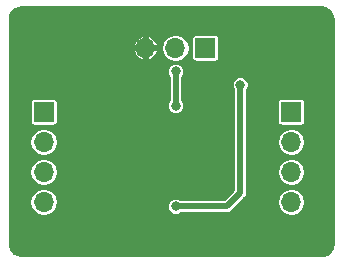
<source format=gbr>
G04 #@! TF.GenerationSoftware,KiCad,Pcbnew,(5.0.2)-1*
G04 #@! TF.CreationDate,2019-08-11T23:38:39-04:00*
G04 #@! TF.ProjectId,LT1356,4c543133-3536-42e6-9b69-6361645f7063,rev?*
G04 #@! TF.SameCoordinates,Original*
G04 #@! TF.FileFunction,Copper,L2,Bot*
G04 #@! TF.FilePolarity,Positive*
%FSLAX46Y46*%
G04 Gerber Fmt 4.6, Leading zero omitted, Abs format (unit mm)*
G04 Created by KiCad (PCBNEW (5.0.2)-1) date 8/11/2019 11:38:39 PM*
%MOMM*%
%LPD*%
G01*
G04 APERTURE LIST*
G04 #@! TA.AperFunction,ComponentPad*
%ADD10R,1.700000X1.700000*%
G04 #@! TD*
G04 #@! TA.AperFunction,ComponentPad*
%ADD11O,1.700000X1.700000*%
G04 #@! TD*
G04 #@! TA.AperFunction,ViaPad*
%ADD12C,0.800000*%
G04 #@! TD*
G04 #@! TA.AperFunction,Conductor*
%ADD13C,0.500000*%
G04 #@! TD*
G04 #@! TA.AperFunction,Conductor*
%ADD14C,0.254000*%
G04 #@! TD*
G04 APERTURE END LIST*
D10*
G04 #@! TO.P,J2,1*
G04 #@! TO.N,/INA*
X112395000Y-81534000D03*
D11*
G04 #@! TO.P,J2,2*
G04 #@! TO.N,/INB*
X112395000Y-84074000D03*
G04 #@! TO.P,J2,3*
G04 #@! TO.N,/INC*
X112395000Y-86614000D03*
G04 #@! TO.P,J2,4*
G04 #@! TO.N,/IND*
X112395000Y-89154000D03*
G04 #@! TD*
G04 #@! TO.P,J3,4*
G04 #@! TO.N,/OUTD*
X133350000Y-89154000D03*
G04 #@! TO.P,J3,3*
G04 #@! TO.N,/OUTC*
X133350000Y-86614000D03*
G04 #@! TO.P,J3,2*
G04 #@! TO.N,/OUTB*
X133350000Y-84074000D03*
D10*
G04 #@! TO.P,J3,1*
G04 #@! TO.N,/OUTA*
X133350000Y-81534000D03*
G04 #@! TD*
G04 #@! TO.P,J1,1*
G04 #@! TO.N,-15V*
X126095760Y-76108560D03*
D11*
G04 #@! TO.P,J1,2*
G04 #@! TO.N,+15V*
X123555760Y-76108560D03*
G04 #@! TO.P,J1,3*
G04 #@! TO.N,GND*
X121015760Y-76108560D03*
G04 #@! TD*
D12*
G04 #@! TO.N,-15V*
X123571000Y-89535000D03*
X129032000Y-79248000D03*
G04 #@! TO.N,+15V*
X123571000Y-81026000D03*
X123571000Y-78105000D03*
G04 #@! TO.N,GND*
X119138700Y-79578200D03*
X119164100Y-80492600D03*
X122250200Y-84086700D03*
X124371100Y-84099400D03*
X122174000Y-86563200D03*
X124396500Y-86537800D03*
X119151400Y-90055700D03*
X119151400Y-91008200D03*
G04 #@! TD*
D13*
G04 #@! TO.N,-15V*
X123571000Y-89535000D02*
X125476000Y-89535000D01*
X129032000Y-79248000D02*
X129032000Y-88392000D01*
X127889000Y-89535000D02*
X125476000Y-89535000D01*
X129032000Y-88392000D02*
X127889000Y-89535000D01*
G04 #@! TO.N,+15V*
X123571000Y-78105000D02*
X123571000Y-81026000D01*
G04 #@! TD*
D14*
G04 #@! TO.N,GND*
G36*
X136219482Y-72754755D02*
X136509224Y-72922038D01*
X136724278Y-73178329D01*
X136843320Y-73505396D01*
X136858001Y-73673198D01*
X136858000Y-92683578D01*
X136795245Y-93039484D01*
X136627962Y-93329224D01*
X136371671Y-93544278D01*
X136044606Y-93663320D01*
X135876812Y-93678000D01*
X110516422Y-93678000D01*
X110160516Y-93615245D01*
X109870776Y-93447962D01*
X109655722Y-93191671D01*
X109536680Y-92864606D01*
X109522000Y-92696812D01*
X109522000Y-89154000D01*
X111194942Y-89154000D01*
X111286291Y-89613242D01*
X111546431Y-90002569D01*
X111935758Y-90262709D01*
X112279080Y-90331000D01*
X112510920Y-90331000D01*
X112854242Y-90262709D01*
X113243569Y-90002569D01*
X113503709Y-89613242D01*
X113548036Y-89390391D01*
X122844000Y-89390391D01*
X122844000Y-89679609D01*
X122954679Y-89946813D01*
X123159187Y-90151321D01*
X123426391Y-90262000D01*
X123715609Y-90262000D01*
X123982813Y-90151321D01*
X124022134Y-90112000D01*
X127832172Y-90112000D01*
X127889000Y-90123304D01*
X127945828Y-90112000D01*
X127945829Y-90112000D01*
X128114134Y-90078522D01*
X128304994Y-89950994D01*
X128337188Y-89902812D01*
X129086000Y-89154000D01*
X132149942Y-89154000D01*
X132241291Y-89613242D01*
X132501431Y-90002569D01*
X132890758Y-90262709D01*
X133234080Y-90331000D01*
X133465920Y-90331000D01*
X133809242Y-90262709D01*
X134198569Y-90002569D01*
X134458709Y-89613242D01*
X134550058Y-89154000D01*
X134458709Y-88694758D01*
X134198569Y-88305431D01*
X133809242Y-88045291D01*
X133465920Y-87977000D01*
X133234080Y-87977000D01*
X132890758Y-88045291D01*
X132501431Y-88305431D01*
X132241291Y-88694758D01*
X132149942Y-89154000D01*
X129086000Y-89154000D01*
X129399815Y-88840186D01*
X129447994Y-88807994D01*
X129575522Y-88617134D01*
X129609000Y-88448829D01*
X129620304Y-88392001D01*
X129609000Y-88335173D01*
X129609000Y-86614000D01*
X132149942Y-86614000D01*
X132241291Y-87073242D01*
X132501431Y-87462569D01*
X132890758Y-87722709D01*
X133234080Y-87791000D01*
X133465920Y-87791000D01*
X133809242Y-87722709D01*
X134198569Y-87462569D01*
X134458709Y-87073242D01*
X134550058Y-86614000D01*
X134458709Y-86154758D01*
X134198569Y-85765431D01*
X133809242Y-85505291D01*
X133465920Y-85437000D01*
X133234080Y-85437000D01*
X132890758Y-85505291D01*
X132501431Y-85765431D01*
X132241291Y-86154758D01*
X132149942Y-86614000D01*
X129609000Y-86614000D01*
X129609000Y-84074000D01*
X132149942Y-84074000D01*
X132241291Y-84533242D01*
X132501431Y-84922569D01*
X132890758Y-85182709D01*
X133234080Y-85251000D01*
X133465920Y-85251000D01*
X133809242Y-85182709D01*
X134198569Y-84922569D01*
X134458709Y-84533242D01*
X134550058Y-84074000D01*
X134458709Y-83614758D01*
X134198569Y-83225431D01*
X133809242Y-82965291D01*
X133465920Y-82897000D01*
X133234080Y-82897000D01*
X132890758Y-82965291D01*
X132501431Y-83225431D01*
X132241291Y-83614758D01*
X132149942Y-84074000D01*
X129609000Y-84074000D01*
X129609000Y-80684000D01*
X132166594Y-80684000D01*
X132166594Y-82384000D01*
X132191973Y-82511589D01*
X132264246Y-82619754D01*
X132372411Y-82692027D01*
X132500000Y-82717406D01*
X134200000Y-82717406D01*
X134327589Y-82692027D01*
X134435754Y-82619754D01*
X134508027Y-82511589D01*
X134533406Y-82384000D01*
X134533406Y-80684000D01*
X134508027Y-80556411D01*
X134435754Y-80448246D01*
X134327589Y-80375973D01*
X134200000Y-80350594D01*
X132500000Y-80350594D01*
X132372411Y-80375973D01*
X132264246Y-80448246D01*
X132191973Y-80556411D01*
X132166594Y-80684000D01*
X129609000Y-80684000D01*
X129609000Y-79699134D01*
X129648321Y-79659813D01*
X129759000Y-79392609D01*
X129759000Y-79103391D01*
X129648321Y-78836187D01*
X129443813Y-78631679D01*
X129176609Y-78521000D01*
X128887391Y-78521000D01*
X128620187Y-78631679D01*
X128415679Y-78836187D01*
X128305000Y-79103391D01*
X128305000Y-79392609D01*
X128415679Y-79659813D01*
X128455000Y-79699134D01*
X128455001Y-88152998D01*
X127650000Y-88958000D01*
X124022134Y-88958000D01*
X123982813Y-88918679D01*
X123715609Y-88808000D01*
X123426391Y-88808000D01*
X123159187Y-88918679D01*
X122954679Y-89123187D01*
X122844000Y-89390391D01*
X113548036Y-89390391D01*
X113595058Y-89154000D01*
X113503709Y-88694758D01*
X113243569Y-88305431D01*
X112854242Y-88045291D01*
X112510920Y-87977000D01*
X112279080Y-87977000D01*
X111935758Y-88045291D01*
X111546431Y-88305431D01*
X111286291Y-88694758D01*
X111194942Y-89154000D01*
X109522000Y-89154000D01*
X109522000Y-86614000D01*
X111194942Y-86614000D01*
X111286291Y-87073242D01*
X111546431Y-87462569D01*
X111935758Y-87722709D01*
X112279080Y-87791000D01*
X112510920Y-87791000D01*
X112854242Y-87722709D01*
X113243569Y-87462569D01*
X113503709Y-87073242D01*
X113595058Y-86614000D01*
X113503709Y-86154758D01*
X113243569Y-85765431D01*
X112854242Y-85505291D01*
X112510920Y-85437000D01*
X112279080Y-85437000D01*
X111935758Y-85505291D01*
X111546431Y-85765431D01*
X111286291Y-86154758D01*
X111194942Y-86614000D01*
X109522000Y-86614000D01*
X109522000Y-84074000D01*
X111194942Y-84074000D01*
X111286291Y-84533242D01*
X111546431Y-84922569D01*
X111935758Y-85182709D01*
X112279080Y-85251000D01*
X112510920Y-85251000D01*
X112854242Y-85182709D01*
X113243569Y-84922569D01*
X113503709Y-84533242D01*
X113595058Y-84074000D01*
X113503709Y-83614758D01*
X113243569Y-83225431D01*
X112854242Y-82965291D01*
X112510920Y-82897000D01*
X112279080Y-82897000D01*
X111935758Y-82965291D01*
X111546431Y-83225431D01*
X111286291Y-83614758D01*
X111194942Y-84074000D01*
X109522000Y-84074000D01*
X109522000Y-80684000D01*
X111211594Y-80684000D01*
X111211594Y-82384000D01*
X111236973Y-82511589D01*
X111309246Y-82619754D01*
X111417411Y-82692027D01*
X111545000Y-82717406D01*
X113245000Y-82717406D01*
X113372589Y-82692027D01*
X113480754Y-82619754D01*
X113553027Y-82511589D01*
X113578406Y-82384000D01*
X113578406Y-80684000D01*
X113553027Y-80556411D01*
X113480754Y-80448246D01*
X113372589Y-80375973D01*
X113245000Y-80350594D01*
X111545000Y-80350594D01*
X111417411Y-80375973D01*
X111309246Y-80448246D01*
X111236973Y-80556411D01*
X111211594Y-80684000D01*
X109522000Y-80684000D01*
X109522000Y-77960391D01*
X122844000Y-77960391D01*
X122844000Y-78249609D01*
X122954679Y-78516813D01*
X122994000Y-78556134D01*
X122994001Y-80574865D01*
X122954679Y-80614187D01*
X122844000Y-80881391D01*
X122844000Y-81170609D01*
X122954679Y-81437813D01*
X123159187Y-81642321D01*
X123426391Y-81753000D01*
X123715609Y-81753000D01*
X123982813Y-81642321D01*
X124187321Y-81437813D01*
X124298000Y-81170609D01*
X124298000Y-80881391D01*
X124187321Y-80614187D01*
X124148000Y-80574866D01*
X124148000Y-78556134D01*
X124187321Y-78516813D01*
X124298000Y-78249609D01*
X124298000Y-77960391D01*
X124187321Y-77693187D01*
X123982813Y-77488679D01*
X123715609Y-77378000D01*
X123426391Y-77378000D01*
X123159187Y-77488679D01*
X122954679Y-77693187D01*
X122844000Y-77960391D01*
X109522000Y-77960391D01*
X109522000Y-76401303D01*
X119979295Y-76401303D01*
X120170219Y-76775657D01*
X120489869Y-77048452D01*
X120723019Y-77145012D01*
X120888760Y-77120875D01*
X120888760Y-76235560D01*
X121142760Y-76235560D01*
X121142760Y-77120875D01*
X121308501Y-77145012D01*
X121541651Y-77048452D01*
X121861301Y-76775657D01*
X122052225Y-76401303D01*
X122028509Y-76235560D01*
X121142760Y-76235560D01*
X120888760Y-76235560D01*
X120003011Y-76235560D01*
X119979295Y-76401303D01*
X109522000Y-76401303D01*
X109522000Y-76108560D01*
X122355702Y-76108560D01*
X122447051Y-76567802D01*
X122707191Y-76957129D01*
X123096518Y-77217269D01*
X123439840Y-77285560D01*
X123671680Y-77285560D01*
X124015002Y-77217269D01*
X124404329Y-76957129D01*
X124664469Y-76567802D01*
X124755818Y-76108560D01*
X124664469Y-75649318D01*
X124404329Y-75259991D01*
X124402188Y-75258560D01*
X124912354Y-75258560D01*
X124912354Y-76958560D01*
X124937733Y-77086149D01*
X125010006Y-77194314D01*
X125118171Y-77266587D01*
X125245760Y-77291966D01*
X126945760Y-77291966D01*
X127073349Y-77266587D01*
X127181514Y-77194314D01*
X127253787Y-77086149D01*
X127279166Y-76958560D01*
X127279166Y-75258560D01*
X127253787Y-75130971D01*
X127181514Y-75022806D01*
X127073349Y-74950533D01*
X126945760Y-74925154D01*
X125245760Y-74925154D01*
X125118171Y-74950533D01*
X125010006Y-75022806D01*
X124937733Y-75130971D01*
X124912354Y-75258560D01*
X124402188Y-75258560D01*
X124015002Y-74999851D01*
X123671680Y-74931560D01*
X123439840Y-74931560D01*
X123096518Y-74999851D01*
X122707191Y-75259991D01*
X122447051Y-75649318D01*
X122355702Y-76108560D01*
X109522000Y-76108560D01*
X109522000Y-75815817D01*
X119979295Y-75815817D01*
X120003011Y-75981560D01*
X120888760Y-75981560D01*
X120888760Y-75096245D01*
X121142760Y-75096245D01*
X121142760Y-75981560D01*
X122028509Y-75981560D01*
X122052225Y-75815817D01*
X121861301Y-75441463D01*
X121541651Y-75168668D01*
X121308501Y-75072108D01*
X121142760Y-75096245D01*
X120888760Y-75096245D01*
X120723019Y-75072108D01*
X120489869Y-75168668D01*
X120170219Y-75441463D01*
X119979295Y-75815817D01*
X109522000Y-75815817D01*
X109522000Y-73686421D01*
X109584755Y-73330518D01*
X109752038Y-73040776D01*
X110008329Y-72825722D01*
X110335396Y-72706680D01*
X110503187Y-72692000D01*
X135863579Y-72692000D01*
X136219482Y-72754755D01*
X136219482Y-72754755D01*
G37*
X136219482Y-72754755D02*
X136509224Y-72922038D01*
X136724278Y-73178329D01*
X136843320Y-73505396D01*
X136858001Y-73673198D01*
X136858000Y-92683578D01*
X136795245Y-93039484D01*
X136627962Y-93329224D01*
X136371671Y-93544278D01*
X136044606Y-93663320D01*
X135876812Y-93678000D01*
X110516422Y-93678000D01*
X110160516Y-93615245D01*
X109870776Y-93447962D01*
X109655722Y-93191671D01*
X109536680Y-92864606D01*
X109522000Y-92696812D01*
X109522000Y-89154000D01*
X111194942Y-89154000D01*
X111286291Y-89613242D01*
X111546431Y-90002569D01*
X111935758Y-90262709D01*
X112279080Y-90331000D01*
X112510920Y-90331000D01*
X112854242Y-90262709D01*
X113243569Y-90002569D01*
X113503709Y-89613242D01*
X113548036Y-89390391D01*
X122844000Y-89390391D01*
X122844000Y-89679609D01*
X122954679Y-89946813D01*
X123159187Y-90151321D01*
X123426391Y-90262000D01*
X123715609Y-90262000D01*
X123982813Y-90151321D01*
X124022134Y-90112000D01*
X127832172Y-90112000D01*
X127889000Y-90123304D01*
X127945828Y-90112000D01*
X127945829Y-90112000D01*
X128114134Y-90078522D01*
X128304994Y-89950994D01*
X128337188Y-89902812D01*
X129086000Y-89154000D01*
X132149942Y-89154000D01*
X132241291Y-89613242D01*
X132501431Y-90002569D01*
X132890758Y-90262709D01*
X133234080Y-90331000D01*
X133465920Y-90331000D01*
X133809242Y-90262709D01*
X134198569Y-90002569D01*
X134458709Y-89613242D01*
X134550058Y-89154000D01*
X134458709Y-88694758D01*
X134198569Y-88305431D01*
X133809242Y-88045291D01*
X133465920Y-87977000D01*
X133234080Y-87977000D01*
X132890758Y-88045291D01*
X132501431Y-88305431D01*
X132241291Y-88694758D01*
X132149942Y-89154000D01*
X129086000Y-89154000D01*
X129399815Y-88840186D01*
X129447994Y-88807994D01*
X129575522Y-88617134D01*
X129609000Y-88448829D01*
X129620304Y-88392001D01*
X129609000Y-88335173D01*
X129609000Y-86614000D01*
X132149942Y-86614000D01*
X132241291Y-87073242D01*
X132501431Y-87462569D01*
X132890758Y-87722709D01*
X133234080Y-87791000D01*
X133465920Y-87791000D01*
X133809242Y-87722709D01*
X134198569Y-87462569D01*
X134458709Y-87073242D01*
X134550058Y-86614000D01*
X134458709Y-86154758D01*
X134198569Y-85765431D01*
X133809242Y-85505291D01*
X133465920Y-85437000D01*
X133234080Y-85437000D01*
X132890758Y-85505291D01*
X132501431Y-85765431D01*
X132241291Y-86154758D01*
X132149942Y-86614000D01*
X129609000Y-86614000D01*
X129609000Y-84074000D01*
X132149942Y-84074000D01*
X132241291Y-84533242D01*
X132501431Y-84922569D01*
X132890758Y-85182709D01*
X133234080Y-85251000D01*
X133465920Y-85251000D01*
X133809242Y-85182709D01*
X134198569Y-84922569D01*
X134458709Y-84533242D01*
X134550058Y-84074000D01*
X134458709Y-83614758D01*
X134198569Y-83225431D01*
X133809242Y-82965291D01*
X133465920Y-82897000D01*
X133234080Y-82897000D01*
X132890758Y-82965291D01*
X132501431Y-83225431D01*
X132241291Y-83614758D01*
X132149942Y-84074000D01*
X129609000Y-84074000D01*
X129609000Y-80684000D01*
X132166594Y-80684000D01*
X132166594Y-82384000D01*
X132191973Y-82511589D01*
X132264246Y-82619754D01*
X132372411Y-82692027D01*
X132500000Y-82717406D01*
X134200000Y-82717406D01*
X134327589Y-82692027D01*
X134435754Y-82619754D01*
X134508027Y-82511589D01*
X134533406Y-82384000D01*
X134533406Y-80684000D01*
X134508027Y-80556411D01*
X134435754Y-80448246D01*
X134327589Y-80375973D01*
X134200000Y-80350594D01*
X132500000Y-80350594D01*
X132372411Y-80375973D01*
X132264246Y-80448246D01*
X132191973Y-80556411D01*
X132166594Y-80684000D01*
X129609000Y-80684000D01*
X129609000Y-79699134D01*
X129648321Y-79659813D01*
X129759000Y-79392609D01*
X129759000Y-79103391D01*
X129648321Y-78836187D01*
X129443813Y-78631679D01*
X129176609Y-78521000D01*
X128887391Y-78521000D01*
X128620187Y-78631679D01*
X128415679Y-78836187D01*
X128305000Y-79103391D01*
X128305000Y-79392609D01*
X128415679Y-79659813D01*
X128455000Y-79699134D01*
X128455001Y-88152998D01*
X127650000Y-88958000D01*
X124022134Y-88958000D01*
X123982813Y-88918679D01*
X123715609Y-88808000D01*
X123426391Y-88808000D01*
X123159187Y-88918679D01*
X122954679Y-89123187D01*
X122844000Y-89390391D01*
X113548036Y-89390391D01*
X113595058Y-89154000D01*
X113503709Y-88694758D01*
X113243569Y-88305431D01*
X112854242Y-88045291D01*
X112510920Y-87977000D01*
X112279080Y-87977000D01*
X111935758Y-88045291D01*
X111546431Y-88305431D01*
X111286291Y-88694758D01*
X111194942Y-89154000D01*
X109522000Y-89154000D01*
X109522000Y-86614000D01*
X111194942Y-86614000D01*
X111286291Y-87073242D01*
X111546431Y-87462569D01*
X111935758Y-87722709D01*
X112279080Y-87791000D01*
X112510920Y-87791000D01*
X112854242Y-87722709D01*
X113243569Y-87462569D01*
X113503709Y-87073242D01*
X113595058Y-86614000D01*
X113503709Y-86154758D01*
X113243569Y-85765431D01*
X112854242Y-85505291D01*
X112510920Y-85437000D01*
X112279080Y-85437000D01*
X111935758Y-85505291D01*
X111546431Y-85765431D01*
X111286291Y-86154758D01*
X111194942Y-86614000D01*
X109522000Y-86614000D01*
X109522000Y-84074000D01*
X111194942Y-84074000D01*
X111286291Y-84533242D01*
X111546431Y-84922569D01*
X111935758Y-85182709D01*
X112279080Y-85251000D01*
X112510920Y-85251000D01*
X112854242Y-85182709D01*
X113243569Y-84922569D01*
X113503709Y-84533242D01*
X113595058Y-84074000D01*
X113503709Y-83614758D01*
X113243569Y-83225431D01*
X112854242Y-82965291D01*
X112510920Y-82897000D01*
X112279080Y-82897000D01*
X111935758Y-82965291D01*
X111546431Y-83225431D01*
X111286291Y-83614758D01*
X111194942Y-84074000D01*
X109522000Y-84074000D01*
X109522000Y-80684000D01*
X111211594Y-80684000D01*
X111211594Y-82384000D01*
X111236973Y-82511589D01*
X111309246Y-82619754D01*
X111417411Y-82692027D01*
X111545000Y-82717406D01*
X113245000Y-82717406D01*
X113372589Y-82692027D01*
X113480754Y-82619754D01*
X113553027Y-82511589D01*
X113578406Y-82384000D01*
X113578406Y-80684000D01*
X113553027Y-80556411D01*
X113480754Y-80448246D01*
X113372589Y-80375973D01*
X113245000Y-80350594D01*
X111545000Y-80350594D01*
X111417411Y-80375973D01*
X111309246Y-80448246D01*
X111236973Y-80556411D01*
X111211594Y-80684000D01*
X109522000Y-80684000D01*
X109522000Y-77960391D01*
X122844000Y-77960391D01*
X122844000Y-78249609D01*
X122954679Y-78516813D01*
X122994000Y-78556134D01*
X122994001Y-80574865D01*
X122954679Y-80614187D01*
X122844000Y-80881391D01*
X122844000Y-81170609D01*
X122954679Y-81437813D01*
X123159187Y-81642321D01*
X123426391Y-81753000D01*
X123715609Y-81753000D01*
X123982813Y-81642321D01*
X124187321Y-81437813D01*
X124298000Y-81170609D01*
X124298000Y-80881391D01*
X124187321Y-80614187D01*
X124148000Y-80574866D01*
X124148000Y-78556134D01*
X124187321Y-78516813D01*
X124298000Y-78249609D01*
X124298000Y-77960391D01*
X124187321Y-77693187D01*
X123982813Y-77488679D01*
X123715609Y-77378000D01*
X123426391Y-77378000D01*
X123159187Y-77488679D01*
X122954679Y-77693187D01*
X122844000Y-77960391D01*
X109522000Y-77960391D01*
X109522000Y-76401303D01*
X119979295Y-76401303D01*
X120170219Y-76775657D01*
X120489869Y-77048452D01*
X120723019Y-77145012D01*
X120888760Y-77120875D01*
X120888760Y-76235560D01*
X121142760Y-76235560D01*
X121142760Y-77120875D01*
X121308501Y-77145012D01*
X121541651Y-77048452D01*
X121861301Y-76775657D01*
X122052225Y-76401303D01*
X122028509Y-76235560D01*
X121142760Y-76235560D01*
X120888760Y-76235560D01*
X120003011Y-76235560D01*
X119979295Y-76401303D01*
X109522000Y-76401303D01*
X109522000Y-76108560D01*
X122355702Y-76108560D01*
X122447051Y-76567802D01*
X122707191Y-76957129D01*
X123096518Y-77217269D01*
X123439840Y-77285560D01*
X123671680Y-77285560D01*
X124015002Y-77217269D01*
X124404329Y-76957129D01*
X124664469Y-76567802D01*
X124755818Y-76108560D01*
X124664469Y-75649318D01*
X124404329Y-75259991D01*
X124402188Y-75258560D01*
X124912354Y-75258560D01*
X124912354Y-76958560D01*
X124937733Y-77086149D01*
X125010006Y-77194314D01*
X125118171Y-77266587D01*
X125245760Y-77291966D01*
X126945760Y-77291966D01*
X127073349Y-77266587D01*
X127181514Y-77194314D01*
X127253787Y-77086149D01*
X127279166Y-76958560D01*
X127279166Y-75258560D01*
X127253787Y-75130971D01*
X127181514Y-75022806D01*
X127073349Y-74950533D01*
X126945760Y-74925154D01*
X125245760Y-74925154D01*
X125118171Y-74950533D01*
X125010006Y-75022806D01*
X124937733Y-75130971D01*
X124912354Y-75258560D01*
X124402188Y-75258560D01*
X124015002Y-74999851D01*
X123671680Y-74931560D01*
X123439840Y-74931560D01*
X123096518Y-74999851D01*
X122707191Y-75259991D01*
X122447051Y-75649318D01*
X122355702Y-76108560D01*
X109522000Y-76108560D01*
X109522000Y-75815817D01*
X119979295Y-75815817D01*
X120003011Y-75981560D01*
X120888760Y-75981560D01*
X120888760Y-75096245D01*
X121142760Y-75096245D01*
X121142760Y-75981560D01*
X122028509Y-75981560D01*
X122052225Y-75815817D01*
X121861301Y-75441463D01*
X121541651Y-75168668D01*
X121308501Y-75072108D01*
X121142760Y-75096245D01*
X120888760Y-75096245D01*
X120723019Y-75072108D01*
X120489869Y-75168668D01*
X120170219Y-75441463D01*
X119979295Y-75815817D01*
X109522000Y-75815817D01*
X109522000Y-73686421D01*
X109584755Y-73330518D01*
X109752038Y-73040776D01*
X110008329Y-72825722D01*
X110335396Y-72706680D01*
X110503187Y-72692000D01*
X135863579Y-72692000D01*
X136219482Y-72754755D01*
G04 #@! TD*
M02*

</source>
